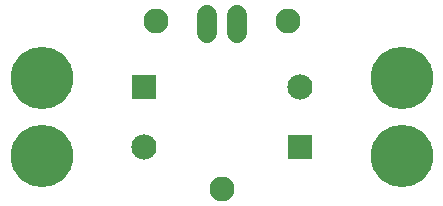
<source format=gts>
G75*
%MOIN*%
%OFA0B0*%
%FSLAX25Y25*%
%IPPOS*%
%LPD*%
%AMOC8*
5,1,8,0,0,1.08239X$1,22.5*
%
%ADD10C,0.08300*%
%ADD11C,0.08400*%
%ADD12R,0.08400X0.08400*%
%ADD13C,0.06737*%
%ADD14C,0.20800*%
D10*
X0075800Y0009300D03*
X0053800Y0065300D03*
X0097800Y0065300D03*
D11*
X0101800Y0043175D03*
X0049800Y0023175D03*
D12*
X0049800Y0043175D03*
X0101800Y0023175D03*
D13*
X0080800Y0061206D02*
X0080800Y0067144D01*
X0070800Y0067144D02*
X0070800Y0061206D01*
D14*
X0015800Y0020175D03*
X0015800Y0046175D03*
X0135800Y0046175D03*
X0135800Y0020175D03*
M02*

</source>
